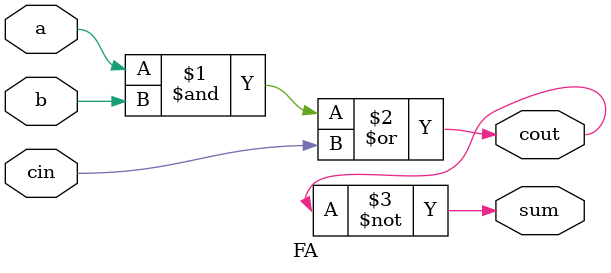
<source format=sv>
module FA(
    input wire a, 
    input wire b, 
    input wire cin,
    output wire sum,
    output wire cout
);
    assign cout = (a&b) | cin;
    assign sum = ~cout;
endmodule
</source>
